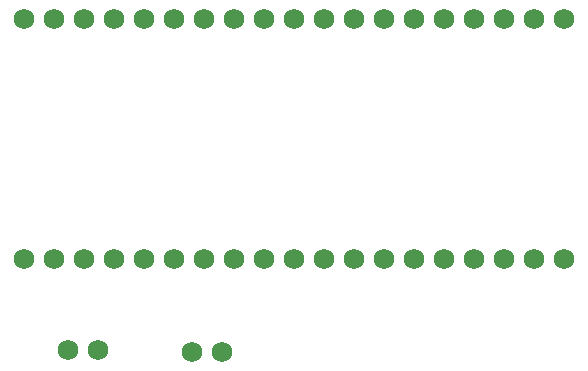
<source format=gts>
G04 Layer: TopSolderMaskLayer*
G04 EasyEDA v6.4.17, 2021-02-24T11:03:34+07:00*
G04 ef73d0174efa4e16a56b608a547b3d4a,ed1066999ab64682bb259e5b7afb0417,10*
G04 Gerber Generator version 0.2*
G04 Scale: 100 percent, Rotated: No, Reflected: No *
G04 Dimensions in inches *
G04 leading zeros omitted , absolute positions ,3 integer and 6 decimal *
%FSLAX36Y36*%
%MOIN*%

%ADD14C,0.0680*%

%LPD*%
D14*
G01*
X845000Y150000D03*
G01*
X745000Y150000D03*
G01*
X430000Y155000D03*
G01*
X330000Y155000D03*
G01*
X185000Y460000D03*
G01*
X285000Y460000D03*
G01*
X385000Y460000D03*
G01*
X485000Y460000D03*
G01*
X585000Y460000D03*
G01*
X685000Y460000D03*
G01*
X785000Y460000D03*
G01*
X885000Y460000D03*
G01*
X985000Y460000D03*
G01*
X1085000Y460000D03*
G01*
X1185000Y460000D03*
G01*
X1285000Y460000D03*
G01*
X1385000Y460000D03*
G01*
X1485000Y460000D03*
G01*
X1585000Y460000D03*
G01*
X1685000Y460000D03*
G01*
X1785000Y460000D03*
G01*
X1885000Y460000D03*
G01*
X1985000Y460000D03*
G01*
X1985000Y1260000D03*
G01*
X1885000Y1260000D03*
G01*
X1785000Y1260000D03*
G01*
X1685000Y1260000D03*
G01*
X1585000Y1260000D03*
G01*
X1485000Y1260000D03*
G01*
X1385000Y1260000D03*
G01*
X1285000Y1260000D03*
G01*
X1185000Y1260000D03*
G01*
X1085000Y1260000D03*
G01*
X985000Y1260000D03*
G01*
X885000Y1260000D03*
G01*
X785000Y1260000D03*
G01*
X685000Y1260000D03*
G01*
X585000Y1260000D03*
G01*
X485000Y1260000D03*
G01*
X385000Y1260000D03*
G01*
X285000Y1260000D03*
G01*
X185000Y1260000D03*
M02*

</source>
